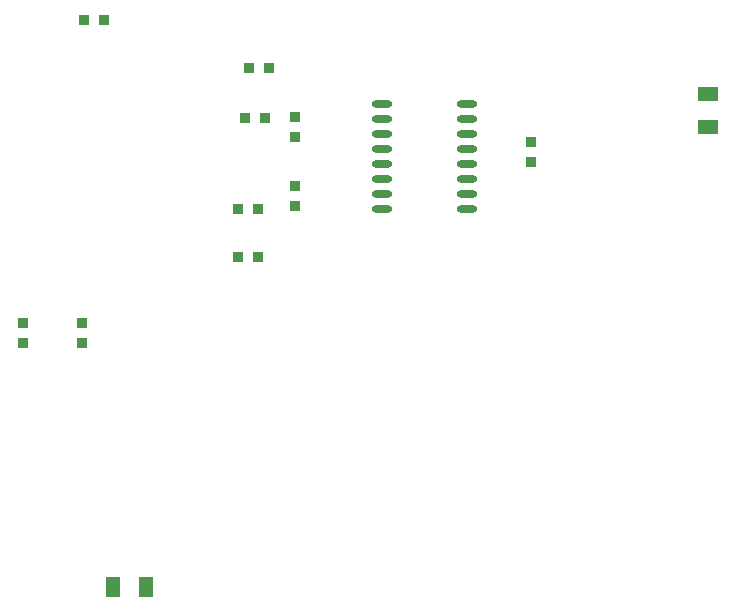
<source format=gtp>
G04*
G04 #@! TF.GenerationSoftware,Altium Limited,Altium Designer,21.3.1 (25)*
G04*
G04 Layer_Color=8421504*
%FSLAX44Y44*%
%MOMM*%
G71*
G04*
G04 #@! TF.SameCoordinates,4862DC25-4AA2-4778-B268-FF6FA36D4FA1*
G04*
G04*
G04 #@! TF.FilePolarity,Positive*
G04*
G01*
G75*
%ADD17R,0.9500X0.9500*%
%ADD18R,0.9500X0.9500*%
%ADD19O,1.7500X0.6000*%
%ADD20R,1.1500X1.7000*%
%ADD21R,1.7000X1.1500*%
D17*
X281500Y620000D02*
D03*
X298500D02*
D03*
Y580000D02*
D03*
X281500D02*
D03*
X308500Y740000D02*
D03*
X291500D02*
D03*
X168500Y780000D02*
D03*
X151500D02*
D03*
X304500Y697500D02*
D03*
X287500D02*
D03*
D18*
X330000Y623000D02*
D03*
Y640000D02*
D03*
X530000Y677000D02*
D03*
Y660000D02*
D03*
X100000Y506500D02*
D03*
Y523500D02*
D03*
X150000Y506500D02*
D03*
Y523500D02*
D03*
X330000Y681500D02*
D03*
Y698500D02*
D03*
D19*
X404250Y709450D02*
D03*
Y696750D02*
D03*
Y684050D02*
D03*
Y671350D02*
D03*
Y658650D02*
D03*
Y645950D02*
D03*
Y633250D02*
D03*
Y620550D02*
D03*
X475750Y709450D02*
D03*
Y696750D02*
D03*
Y684050D02*
D03*
Y671350D02*
D03*
Y658650D02*
D03*
Y645950D02*
D03*
Y633250D02*
D03*
Y620550D02*
D03*
D20*
X203750Y300000D02*
D03*
X176250D02*
D03*
D21*
X680000Y717500D02*
D03*
Y690000D02*
D03*
M02*

</source>
